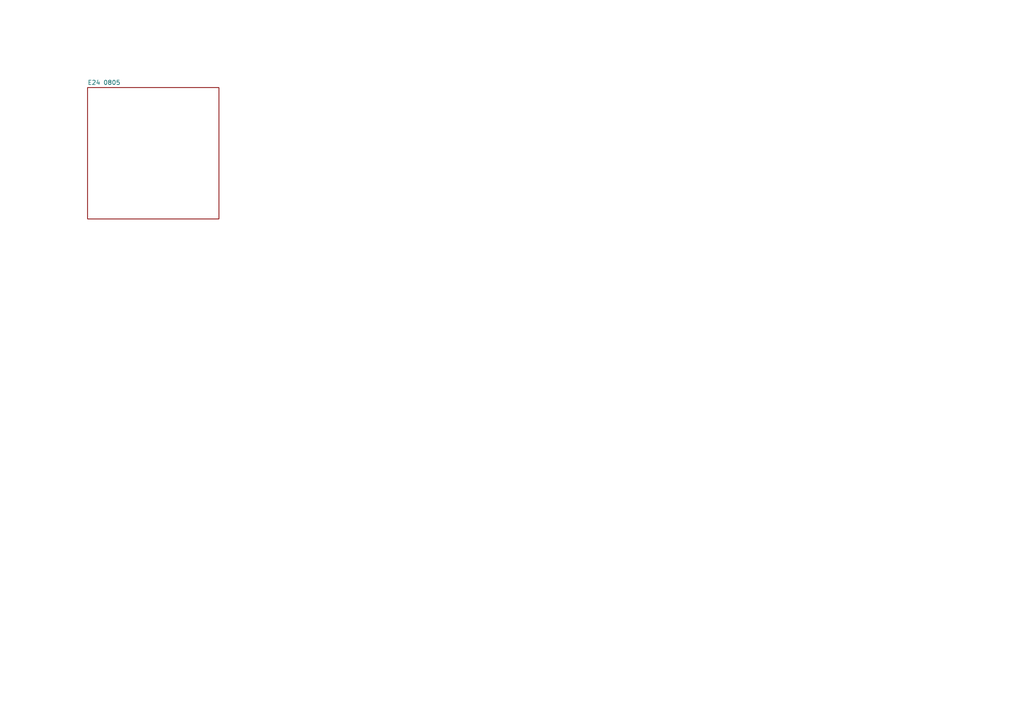
<source format=kicad_sch>
(kicad_sch
	(version 20250114)
	(generator "eeschema")
	(generator_version "9.0")
	(uuid "e63e39d7-6ac0-4ffd-8aa3-1841a4541b55")
	(paper "A4")
	(title_block
		(title "Resistors")
		(date "2025-05-24")
		(rev "1")
		(comment 1 "-")
		(comment 2 "-")
	)
	(lib_symbols)
	(sheet
		(at 25.4 25.4)
		(size 38.1 38.1)
		(exclude_from_sim no)
		(in_bom yes)
		(on_board yes)
		(dnp no)
		(fields_autoplaced yes)
		(stroke
			(width 0.1524)
			(type solid)
		)
		(fill
			(color 0 0 0 0.0000)
		)
		(uuid "16b46d56-deb3-433b-b5fd-7751d9a978d9")
		(property "Sheetname" "E24 0805"
			(at 25.4 24.6884 0)
			(effects
				(font
					(size 1.27 1.27)
				)
				(justify left bottom)
			)
		)
		(property "Sheetfile" "e24_0805.kicad_sch"
			(at 25.4 64.0846 0)
			(effects
				(font
					(size 1.27 1.27)
				)
				(justify left top)
				(hide yes)
			)
		)
		(instances
			(project "resistors"
				(path "/e63e39d7-6ac0-4ffd-8aa3-1841a4541b55"
					(page "2")
				)
			)
		)
	)
	(sheet_instances
		(path "/"
			(page "1")
		)
	)
	(embedded_fonts no)
)

</source>
